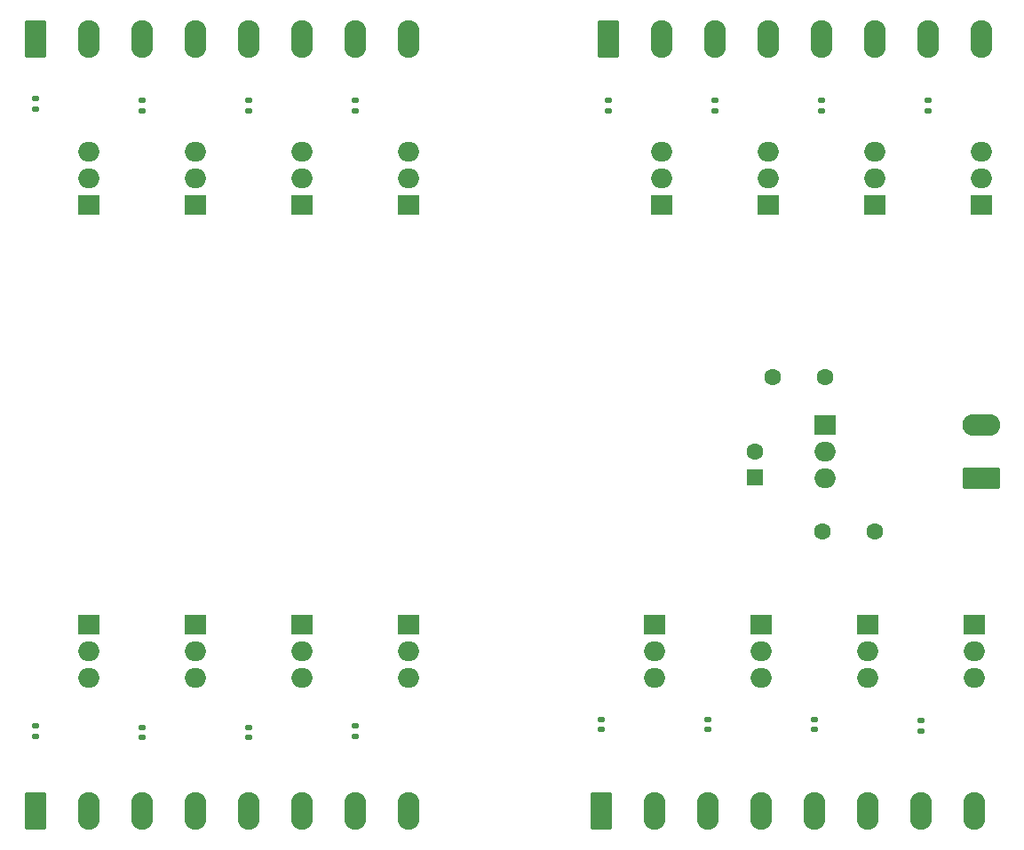
<source format=gbr>
%TF.GenerationSoftware,KiCad,Pcbnew,8.0.5*%
%TF.CreationDate,2024-10-15T20:37:23+02:00*%
%TF.ProjectId,LED_16x24V_REG4_VERSION_B,4c45445f-3136-4783-9234-565f52454734,rev?*%
%TF.SameCoordinates,Original*%
%TF.FileFunction,Soldermask,Bot*%
%TF.FilePolarity,Negative*%
%FSLAX46Y46*%
G04 Gerber Fmt 4.6, Leading zero omitted, Abs format (unit mm)*
G04 Created by KiCad (PCBNEW 8.0.5) date 2024-10-15 20:37:23*
%MOMM*%
%LPD*%
G01*
G04 APERTURE LIST*
G04 Aperture macros list*
%AMRoundRect*
0 Rectangle with rounded corners*
0 $1 Rounding radius*
0 $2 $3 $4 $5 $6 $7 $8 $9 X,Y pos of 4 corners*
0 Add a 4 corners polygon primitive as box body*
4,1,4,$2,$3,$4,$5,$6,$7,$8,$9,$2,$3,0*
0 Add four circle primitives for the rounded corners*
1,1,$1+$1,$2,$3*
1,1,$1+$1,$4,$5*
1,1,$1+$1,$6,$7*
1,1,$1+$1,$8,$9*
0 Add four rect primitives between the rounded corners*
20,1,$1+$1,$2,$3,$4,$5,0*
20,1,$1+$1,$4,$5,$6,$7,0*
20,1,$1+$1,$6,$7,$8,$9,0*
20,1,$1+$1,$8,$9,$2,$3,0*%
G04 Aperture macros list end*
%ADD10R,1.600000X1.600000*%
%ADD11C,1.600000*%
%ADD12RoundRect,0.249999X-0.790001X-1.550001X0.790001X-1.550001X0.790001X1.550001X-0.790001X1.550001X0*%
%ADD13O,2.080000X3.600000*%
%ADD14RoundRect,0.249999X1.550001X-0.790001X1.550001X0.790001X-1.550001X0.790001X-1.550001X-0.790001X0*%
%ADD15O,3.600000X2.080000*%
%ADD16R,2.000000X1.905000*%
%ADD17O,2.000000X1.905000*%
%ADD18RoundRect,0.147500X0.172500X-0.147500X0.172500X0.147500X-0.172500X0.147500X-0.172500X-0.147500X0*%
%ADD19RoundRect,0.147500X-0.172500X0.147500X-0.172500X-0.147500X0.172500X-0.147500X0.172500X0.147500X0*%
G04 APERTURE END LIST*
D10*
%TO.C,C3*%
X171450000Y-106640000D03*
D11*
X171450000Y-104140000D03*
%TD*%
D12*
%TO.C,J4*%
X156845000Y-138430000D03*
D13*
X161925000Y-138430000D03*
X167005000Y-138430000D03*
X172085000Y-138430000D03*
X177165000Y-138430000D03*
X182245000Y-138430000D03*
X187325000Y-138430000D03*
X192405000Y-138430000D03*
%TD*%
D14*
%TO.C,J5*%
X193040000Y-106680000D03*
D15*
X193040000Y-101600000D03*
%TD*%
D12*
%TO.C,J1*%
X157480000Y-64770000D03*
D13*
X162560000Y-64770000D03*
X167640000Y-64770000D03*
X172720000Y-64770000D03*
X177800000Y-64770000D03*
X182880000Y-64770000D03*
X187960000Y-64770000D03*
X193040000Y-64770000D03*
%TD*%
D16*
%TO.C,Q16*%
X192405000Y-120650000D03*
D17*
X192405000Y-123190000D03*
X192405000Y-125730000D03*
%TD*%
D12*
%TO.C,J3*%
X102870000Y-138430000D03*
D13*
X107950000Y-138430000D03*
X113030000Y-138430000D03*
X118110000Y-138430000D03*
X123190000Y-138430000D03*
X128270000Y-138430000D03*
X133350000Y-138430000D03*
X138430000Y-138430000D03*
%TD*%
D16*
%TO.C,Q11*%
X128270000Y-120650000D03*
D17*
X128270000Y-123190000D03*
X128270000Y-125730000D03*
%TD*%
D16*
%TO.C,Q7*%
X118110000Y-80645000D03*
D17*
X118110000Y-78105000D03*
X118110000Y-75565000D03*
%TD*%
D16*
%TO.C,Q6*%
X128270000Y-80645000D03*
D17*
X128270000Y-78105000D03*
X128270000Y-75565000D03*
%TD*%
D16*
%TO.C,Q5*%
X138430000Y-80645000D03*
D17*
X138430000Y-78105000D03*
X138430000Y-75565000D03*
%TD*%
D12*
%TO.C,J2*%
X102870000Y-64770000D03*
D13*
X107950000Y-64770000D03*
X113030000Y-64770000D03*
X118110000Y-64770000D03*
X123190000Y-64770000D03*
X128270000Y-64770000D03*
X133350000Y-64770000D03*
X138430000Y-64770000D03*
%TD*%
D16*
%TO.C,Q1*%
X193040000Y-80645000D03*
D17*
X193040000Y-78105000D03*
X193040000Y-75565000D03*
%TD*%
D16*
%TO.C,Q8*%
X107950000Y-80645000D03*
D17*
X107950000Y-78105000D03*
X107950000Y-75565000D03*
%TD*%
D16*
%TO.C,Q4*%
X162560000Y-80645000D03*
D17*
X162560000Y-78105000D03*
X162560000Y-75565000D03*
%TD*%
D16*
%TO.C,Q10*%
X118110000Y-120650000D03*
D17*
X118110000Y-123190000D03*
X118110000Y-125730000D03*
%TD*%
D16*
%TO.C,Q14*%
X172085000Y-120650000D03*
D17*
X172085000Y-123190000D03*
X172085000Y-125730000D03*
%TD*%
D16*
%TO.C,Q9*%
X107950000Y-120650000D03*
D17*
X107950000Y-123190000D03*
X107950000Y-125730000D03*
%TD*%
D16*
%TO.C,Q12*%
X138430000Y-120650000D03*
D17*
X138430000Y-123190000D03*
X138430000Y-125730000D03*
%TD*%
D16*
%TO.C,Q2*%
X182880000Y-80645000D03*
D17*
X182880000Y-78105000D03*
X182880000Y-75565000D03*
%TD*%
D11*
%TO.C,C2*%
X178132176Y-97007930D03*
X173132176Y-97007930D03*
%TD*%
D16*
%TO.C,Q15*%
X182245000Y-120650000D03*
D17*
X182245000Y-123190000D03*
X182245000Y-125730000D03*
%TD*%
D16*
%TO.C,U2*%
X178125000Y-101600000D03*
D17*
X178125000Y-104140000D03*
X178125000Y-106680000D03*
%TD*%
D16*
%TO.C,Q3*%
X172720000Y-80645000D03*
D17*
X172720000Y-78105000D03*
X172720000Y-75565000D03*
%TD*%
D16*
%TO.C,Q13*%
X161925000Y-120650000D03*
D17*
X161925000Y-123190000D03*
X161925000Y-125730000D03*
%TD*%
D11*
%TO.C,C1*%
X182880000Y-111760000D03*
X177880000Y-111760000D03*
%TD*%
D18*
%TO.C,F11*%
X123190000Y-131445000D03*
X123190000Y-130475000D03*
%TD*%
%TO.C,F15*%
X177165000Y-130660000D03*
X177165000Y-129690000D03*
%TD*%
D19*
%TO.C,F1*%
X187960000Y-70635000D03*
X187960000Y-71605000D03*
%TD*%
D18*
%TO.C,F14*%
X167005000Y-130660000D03*
X167005000Y-129690000D03*
%TD*%
%TO.C,F9*%
X102870000Y-131295000D03*
X102870000Y-130325000D03*
%TD*%
D19*
%TO.C,F8*%
X102870000Y-70485000D03*
X102870000Y-71455000D03*
%TD*%
%TO.C,F3*%
X167640000Y-70635000D03*
X167640000Y-71605000D03*
%TD*%
D18*
%TO.C,F10*%
X113030000Y-131445000D03*
X113030000Y-130475000D03*
%TD*%
D19*
%TO.C,F4*%
X157480000Y-70635000D03*
X157480000Y-71605000D03*
%TD*%
%TO.C,F2*%
X177800000Y-70635000D03*
X177800000Y-71605000D03*
%TD*%
D18*
%TO.C,F13*%
X156845000Y-130660000D03*
X156845000Y-129690000D03*
%TD*%
%TO.C,F16*%
X187325000Y-130810000D03*
X187325000Y-129840000D03*
%TD*%
D19*
%TO.C,F7*%
X113030000Y-70635000D03*
X113030000Y-71605000D03*
%TD*%
%TO.C,F5*%
X133350000Y-70635000D03*
X133350000Y-71605000D03*
%TD*%
D18*
%TO.C,F12*%
X133350000Y-131295000D03*
X133350000Y-130325000D03*
%TD*%
D19*
%TO.C,F6*%
X123190000Y-70635000D03*
X123190000Y-71605000D03*
%TD*%
M02*

</source>
